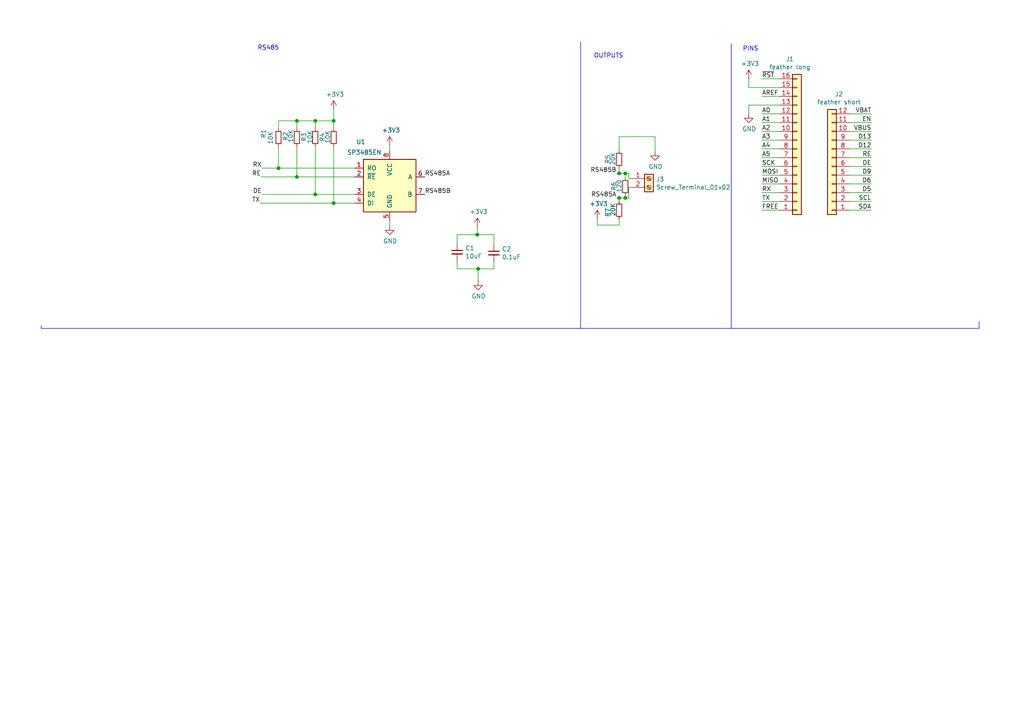
<source format=kicad_sch>
(kicad_sch (version 20230121) (generator eeschema)
  (paper "A4")
  (title_block (title "RS485") (date "2020-11-03") (rev "1.0") (company "Electronic Cats"))
  (lib_symbols
    (symbol "Connector:Screw_Terminal_01x02" (pin_names (offset 1.016) hide)
      (property "Reference" "J" (at 0 2.54 0))
      (property "Value" "Screw_Terminal_01x02" (at 0 -5.08 0))
      (symbol "Screw_Terminal_01x02_1_1"
        (rectangle (start -1.27 1.27) (end 1.27 -3.81) (stroke (width 0.254)) (fill (type background)))
        (circle (center 0 -2.54) (radius 0.635) (stroke (width 0.1524)))
        (polyline (pts (xy -0.5334 -2.2098) (xy 0.3302 -3.048)) (stroke (width 0.1524)))
        (polyline (pts (xy -0.5334 0.3302) (xy 0.3302 -0.508)) (stroke (width 0.1524)))
        (polyline (pts (xy -0.3556 -2.032) (xy 0.508 -2.8702)) (stroke (width 0.1524)))
        (polyline (pts (xy -0.3556 0.508) (xy 0.508 -0.3302)) (stroke (width 0.1524)))
        (circle (center 0 0) (radius 0.635) (stroke (width 0.1524)))
        (pin passive line (at -5.08 0 0) (length 3.81) (name "Pin_1") (number "1"))
        (pin passive line (at -5.08 -2.54 0) (length 3.81) (name "Pin_2") (number "2"))
      )
    )
    (symbol "Connector_Generic:Conn_01x12" (pin_names (offset 1.016) hide)
      (property "Reference" "J" (at 0 15.24 0))
      (property "Value" "Conn_01x12" (at 0 -17.78 0))
      (symbol "Conn_01x12_1_1"
        (rectangle (start -1.27 -15.113) (end 0 -15.367) (stroke (width 0.1524)))
        (rectangle (start -1.27 -12.573) (end 0 -12.827) (stroke (width 0.1524)))
        (rectangle (start -1.27 -10.033) (end 0 -10.287) (stroke (width 0.1524)))
        (rectangle (start -1.27 -7.493) (end 0 -7.747) (stroke (width 0.1524)))
        (rectangle (start -1.27 -4.953) (end 0 -5.207) (stroke (width 0.1524)))
        (rectangle (start -1.27 -2.413) (end 0 -2.667) (stroke (width 0.1524)))
        (rectangle (start -1.27 0.127) (end 0 -0.127) (stroke (width 0.1524)))
        (rectangle (start -1.27 2.667) (end 0 2.413) (stroke (width 0.1524)))
        (rectangle (start -1.27 5.207) (end 0 4.953) (stroke (width 0.1524)))
        (rectangle (start -1.27 7.747) (end 0 7.493) (stroke (width 0.1524)))
        (rectangle (start -1.27 10.287) (end 0 10.033) (stroke (width 0.1524)))
        (rectangle (start -1.27 12.827) (end 0 12.573) (stroke (width 0.1524)))
        (rectangle (start -1.27 13.97) (end 1.27 -16.51) (stroke (width 0.254)) (fill (type background)))
        (pin passive line (at -5.08 12.7 0) (length 3.81) (name "Pin_1") (number "1"))
        (pin passive line (at -5.08 -10.16 0) (length 3.81) (name "Pin_10") (number "10"))
        (pin passive line (at -5.08 -12.7 0) (length 3.81) (name "Pin_11") (number "11"))
        (pin passive line (at -5.08 -15.24 0) (length 3.81) (name "Pin_12") (number "12"))
        (pin passive line (at -5.08 10.16 0) (length 3.81) (name "Pin_2") (number "2"))
        (pin passive line (at -5.08 7.62 0) (length 3.81) (name "Pin_3") (number "3"))
        (pin passive line (at -5.08 5.08 0) (length 3.81) (name "Pin_4") (number "4"))
        (pin passive line (at -5.08 2.54 0) (length 3.81) (name "Pin_5") (number "5"))
        (pin passive line (at -5.08 0 0) (length 3.81) (name "Pin_6") (number "6"))
        (pin passive line (at -5.08 -2.54 0) (length 3.81) (name "Pin_7") (number "7"))
        (pin passive line (at -5.08 -5.08 0) (length 3.81) (name "Pin_8") (number "8"))
        (pin passive line (at -5.08 -7.62 0) (length 3.81) (name "Pin_9") (number "9"))
      )
    )
    (symbol "Connector_Generic:Conn_01x16" (pin_names (offset 1.016) hide)
      (property "Reference" "J" (at 0 20.32 0))
      (property "Value" "Conn_01x16" (at 0 -22.86 0))
      (symbol "Conn_01x16_1_1"
        (rectangle (start -1.27 -20.193) (end 0 -20.447) (stroke (width 0.1524)))
        (rectangle (start -1.27 -17.653) (end 0 -17.907) (stroke (width 0.1524)))
        (rectangle (start -1.27 -15.113) (end 0 -15.367) (stroke (width 0.1524)))
        (rectangle (start -1.27 -12.573) (end 0 -12.827) (stroke (width 0.1524)))
        (rectangle (start -1.27 -10.033) (end 0 -10.287) (stroke (width 0.1524)))
        (rectangle (start -1.27 -7.493) (end 0 -7.747) (stroke (width 0.1524)))
        (rectangle (start -1.27 -4.953) (end 0 -5.207) (stroke (width 0.1524)))
        (rectangle (start -1.27 -2.413) (end 0 -2.667) (stroke (width 0.1524)))
        (rectangle (start -1.27 0.127) (end 0 -0.127) (stroke (width 0.1524)))
        (rectangle (start -1.27 2.667) (end 0 2.413) (stroke (width 0.1524)))
        (rectangle (start -1.27 5.207) (end 0 4.953) (stroke (width 0.1524)))
        (rectangle (start -1.27 7.747) (end 0 7.493) (stroke (width 0.1524)))
        (rectangle (start -1.27 10.287) (end 0 10.033) (stroke (width 0.1524)))
        (rectangle (start -1.27 12.827) (end 0 12.573) (stroke (width 0.1524)))
        (rectangle (start -1.27 15.367) (end 0 15.113) (stroke (width 0.1524)))
        (rectangle (start -1.27 17.907) (end 0 17.653) (stroke (width 0.1524)))
        (rectangle (start -1.27 19.05) (end 1.27 -21.59) (stroke (width 0.254)) (fill (type background)))
        (pin passive line (at -5.08 17.78 0) (length 3.81) (name "Pin_1") (number "1"))
        (pin passive line (at -5.08 -5.08 0) (length 3.81) (name "Pin_10") (number "10"))
        (pin passive line (at -5.08 -7.62 0) (length 3.81) (name "Pin_11") (number "11"))
        (pin passive line (at -5.08 -10.16 0) (length 3.81) (name "Pin_12") (number "12"))
        (pin passive line (at -5.08 -12.7 0) (length 3.81) (name "Pin_13") (number "13"))
        (pin passive line (at -5.08 -15.24 0) (length 3.81) (name "Pin_14") (number "14"))
        (pin passive line (at -5.08 -17.78 0) (length 3.81) (name "Pin_15") (number "15"))
        (pin passive line (at -5.08 -20.32 0) (length 3.81) (name "Pin_16") (number "16"))
        (pin passive line (at -5.08 15.24 0) (length 3.81) (name "Pin_2") (number "2"))
        (pin passive line (at -5.08 12.7 0) (length 3.81) (name "Pin_3") (number "3"))
        (pin passive line (at -5.08 10.16 0) (length 3.81) (name "Pin_4") (number "4"))
        (pin passive line (at -5.08 7.62 0) (length 3.81) (name "Pin_5") (number "5"))
        (pin passive line (at -5.08 5.08 0) (length 3.81) (name "Pin_6") (number "6"))
        (pin passive line (at -5.08 2.54 0) (length 3.81) (name "Pin_7") (number "7"))
        (pin passive line (at -5.08 0 0) (length 3.81) (name "Pin_8") (number "8"))
        (pin passive line (at -5.08 -2.54 0) (length 3.81) (name "Pin_9") (number "9"))
      )
    )
    (symbol "Device:C_Small" (pin_numbers hide) (pin_names (offset 0.254) hide)
      (property "Reference" "C" (at 0.254 1.778 0))
      (property "Value" "C_Small" (at 0.254 -2.032 0))
      (symbol "C_Small_0_1"
        (polyline (pts (xy -1.524 -0.508) (xy 1.524 -0.508)) (stroke (width 0.3302)))
        (polyline (pts (xy -1.524 0.508) (xy 1.524 0.508)) (stroke (width 0.3048)))
      )
      (symbol "C_Small_1_1"
        (pin passive line (at 0 2.54 270) (length 2.032) (name "~") (number "1"))
        (pin passive line (at 0 -2.54 90) (length 2.032) (name "~") (number "2"))
      )
    )
    (symbol "Device:R_Small" (pin_numbers hide) (pin_names (offset 0.254) hide)
      (property "Reference" "R" (at 0.762 0.508 0))
      (property "Value" "R_Small" (at 0.762 -1.016 0))
      (symbol "R_Small_0_1"
        (rectangle (start -0.762 1.778) (end 0.762 -1.778) (stroke (width 0.2032)))
      )
      (symbol "R_Small_1_1"
        (pin passive line (at 0 2.54 270) (length 0.762) (name "~") (number "1"))
        (pin passive line (at 0 -2.54 90) (length 0.762) (name "~") (number "2"))
      )
    )
    (symbol "Interface_UART:SP3485EN" (pin_names (offset 1.016))
      (property "Reference" "U" (at -7.62 8.89 0))
      (property "Value" "SP3485EN" (at 2.54 8.89 0))
      (symbol "SP3485EN_0_1"
        (rectangle (start -7.62 7.62) (end 7.62 -7.62) (stroke (width 0.254)) (fill (type background)))
      )
      (symbol "SP3485EN_1_1"
        (pin output line (at -10.16 5.08 0) (length 2.54) (name "RO") (number "1"))
        (pin input line (at -10.16 2.54 0) (length 2.54) (name "~{RE}") (number "2"))
        (pin input line (at -10.16 -2.54 0) (length 2.54) (name "DE") (number "3"))
        (pin input line (at -10.16 -5.08 0) (length 2.54) (name "DI") (number "4"))
        (pin power_in line (at 0 -10.16 90) (length 2.54) (name "GND") (number "5"))
        (pin bidirectional line (at 10.16 2.54 180) (length 2.54) (name "A") (number "6"))
        (pin bidirectional line (at 10.16 -2.54 180) (length 2.54) (name "B") (number "7"))
        (pin power_in line (at 0 10.16 270) (length 2.54) (name "VCC") (number "8"))
      )
    )
    (symbol "RS485_Modbus_Wing-rescue:+3.3V-power" (power) (pin_names (offset 0))
      (property "Value" "+3.3V-power" (at 0 3.556 0))
      (symbol "+3.3V-power_0_1"
        (polyline (pts (xy -0.762 1.27) (xy 0 2.54)))
        (polyline (pts (xy 0 0) (xy 0 2.54)))
        (polyline (pts (xy 0 2.54) (xy 0.762 1.27)))
      )
      (symbol "+3.3V-power_1_1"
        (pin power_in line (at 0 0 90) (length 0) hide (name "+3V3") (number "1"))
      )
    )
    (symbol "power:GND" (power) (pin_names (offset 0))
      (property "Value" "GND" (at 0 -3.81 0))
      (symbol "GND_0_1"
        (polyline (pts (xy 0 0) (xy 0 -1.27) (xy 1.27 -1.27) (xy 0 -2.54) (xy -1.27 -1.27) (xy 0 -1.27)))
      )
      (symbol "GND_1_1"
        (pin power_in line (at 0 0 270) (length 0) hide (name "GND") (number "1"))
      )
    )
  )
  (junction (at 138.684 77.978))
  (junction (at 86.106 35.052))
  (junction (at 138.43 68.072))
  (junction (at 96.774 35.052))
  (junction (at 96.774 58.928))
  (junction (at 80.772 48.768))
  (junction (at 179.578 57.404))
  (junction (at 86.106 51.308))
  (junction (at 179.578 50.292))
  (junction (at 181.356 50.292))
  (junction (at 91.44 35.052))
  (junction (at 181.356 57.404))
  (junction (at 91.44 56.388))
  (wire (pts (xy 246.38 60.96) (xy 252.73 60.96)))
  (wire (pts (xy 102.87 51.308) (xy 86.106 51.308)))
  (wire (pts (xy 182.372 57.404) (xy 182.372 54.356)))
  (wire (pts (xy 217.17 30.48) (xy 226.06 30.48)))
  (wire (pts (xy 96.774 31.75) (xy 96.774 35.052)))
  (wire (pts (xy 75.438 58.928) (xy 96.774 58.928)))
  (wire (pts (xy 132.588 70.612) (xy 132.588 68.072)))
  (polyline (pts (xy 168.402 95.25) (xy 168.402 12.192)))
  (wire (pts (xy 181.356 51.562) (xy 181.356 50.292)))
  (wire (pts (xy 102.87 56.388) (xy 91.44 56.388)))
  (wire (pts (xy 181.356 56.642) (xy 181.356 57.404)))
  (wire (pts (xy 75.946 48.768) (xy 80.772 48.768)))
  (wire (pts (xy 217.17 22.86) (xy 217.17 25.4)))
  (wire (pts (xy 143.256 68.072) (xy 143.256 70.866)))
  (wire (pts (xy 217.17 33.02) (xy 217.17 30.48)))
  (wire (pts (xy 220.98 50.8) (xy 226.06 50.8)))
  (wire (pts (xy 173.228 63.5) (xy 173.228 65.278)))
  (wire (pts (xy 173.228 65.278) (xy 179.578 65.278)))
  (wire (pts (xy 220.98 58.42) (xy 226.06 58.42)))
  (wire (pts (xy 182.372 51.816) (xy 182.372 50.292)))
  (wire (pts (xy 220.98 45.72) (xy 226.06 45.72)))
  (wire (pts (xy 96.774 35.052) (xy 96.774 37.338)))
  (wire (pts (xy 220.98 22.86) (xy 226.06 22.86)))
  (wire (pts (xy 220.98 38.1) (xy 226.06 38.1)))
  (wire (pts (xy 80.772 48.768) (xy 80.772 42.418)))
  (wire (pts (xy 179.578 50.292) (xy 181.356 50.292)))
  (wire (pts (xy 143.256 75.946) (xy 143.256 77.978)))
  (wire (pts (xy 91.44 56.388) (xy 91.44 42.418)))
  (wire (pts (xy 96.774 58.928) (xy 96.774 42.418)))
  (wire (pts (xy 220.98 48.26) (xy 226.06 48.26)))
  (wire (pts (xy 246.38 53.34) (xy 252.73 53.34)))
  (wire (pts (xy 138.684 77.978) (xy 138.684 81.534)))
  (wire (pts (xy 179.578 39.624) (xy 179.578 43.688)))
  (wire (pts (xy 86.106 35.052) (xy 86.106 37.338)))
  (wire (pts (xy 220.98 53.34) (xy 226.06 53.34)))
  (wire (pts (xy 246.38 50.8) (xy 252.73 50.8)))
  (wire (pts (xy 179.578 39.624) (xy 189.992 39.624)))
  (wire (pts (xy 179.578 57.404) (xy 179.578 58.42)))
  (wire (pts (xy 113.03 65.532) (xy 113.03 64.008)))
  (wire (pts (xy 246.38 45.72) (xy 252.73 45.72)))
  (wire (pts (xy 220.98 60.96) (xy 226.06 60.96)))
  (wire (pts (xy 102.87 48.768) (xy 80.772 48.768)))
  (wire (pts (xy 220.98 33.02) (xy 226.06 33.02)))
  (wire (pts (xy 75.692 51.308) (xy 86.106 51.308)))
  (polyline (pts (xy 11.938 95.25) (xy 283.972 95.25)))
  (wire (pts (xy 143.256 77.978) (xy 138.684 77.978)))
  (wire (pts (xy 220.98 35.56) (xy 226.06 35.56)))
  (polyline (pts (xy 212.09 12.7) (xy 212.09 95.25)))
  (wire (pts (xy 246.38 55.88) (xy 252.73 55.88)))
  (wire (pts (xy 189.992 39.624) (xy 189.992 43.942)))
  (wire (pts (xy 132.588 77.978) (xy 138.684 77.978)))
  (wire (pts (xy 246.38 33.02) (xy 252.73 33.02)))
  (polyline (pts (xy 283.972 95.25) (xy 283.972 93.218)))
  (wire (pts (xy 178.816 50.292) (xy 179.578 50.292)))
  (wire (pts (xy 246.38 35.56) (xy 252.73 35.56)))
  (wire (pts (xy 132.588 68.072) (xy 138.43 68.072)))
  (wire (pts (xy 75.946 56.388) (xy 91.44 56.388)))
  (wire (pts (xy 246.38 58.42) (xy 252.73 58.42)))
  (wire (pts (xy 179.578 63.5) (xy 179.578 65.278)))
  (wire (pts (xy 246.38 38.1) (xy 252.73 38.1)))
  (wire (pts (xy 246.38 43.18) (xy 252.73 43.18)))
  (wire (pts (xy 132.588 75.692) (xy 132.588 77.978)))
  (wire (pts (xy 179.578 57.404) (xy 181.356 57.404)))
  (wire (pts (xy 182.372 51.816) (xy 183.134 51.816)))
  (wire (pts (xy 138.43 68.072) (xy 138.43 65.786)))
  (wire (pts (xy 246.38 40.64) (xy 252.73 40.64)))
  (wire (pts (xy 91.44 35.052) (xy 86.106 35.052)))
  (wire (pts (xy 91.44 37.338) (xy 91.44 35.052)))
  (wire (pts (xy 183.134 54.356) (xy 182.372 54.356)))
  (wire (pts (xy 220.98 43.18) (xy 226.06 43.18)))
  (wire (pts (xy 179.578 48.768) (xy 179.578 50.292)))
  (wire (pts (xy 113.03 43.688) (xy 113.03 42.164)))
  (wire (pts (xy 80.772 35.052) (xy 86.106 35.052)))
  (wire (pts (xy 80.772 37.338) (xy 80.772 35.052)))
  (wire (pts (xy 220.98 27.94) (xy 226.06 27.94)))
  (wire (pts (xy 102.87 58.928) (xy 96.774 58.928)))
  (wire (pts (xy 246.38 48.26) (xy 252.73 48.26)))
  (wire (pts (xy 220.98 55.88) (xy 226.06 55.88)))
  (wire (pts (xy 181.356 50.292) (xy 182.372 50.292)))
  (wire (pts (xy 86.106 51.308) (xy 86.106 42.418)))
  (wire (pts (xy 91.44 35.052) (xy 96.774 35.052)))
  (polyline (pts (xy 11.938 95.25) (xy 11.938 94.488)))
  (wire (pts (xy 217.17 25.4) (xy 226.06 25.4)))
  (wire (pts (xy 181.356 57.404) (xy 182.372 57.404)))
  (wire (pts (xy 138.43 68.072) (xy 143.256 68.072)))
  (wire (pts (xy 220.98 40.64) (xy 226.06 40.64)))
  (wire (pts (xy 178.816 57.404) (xy 179.578 57.404)))
  (text "RS485" (at 74.676 14.732 0) (effects (font (size 1.27 1.27)) (justify left bottom)))
  (text "PINS" (at 215.392 14.986 0) (effects (font (size 1.27 1.27)) (justify left bottom)))
  (text "OUTPUTS\n" (at 172.212 17.018 0) (effects (font (size 1.27 1.27)) (justify left bottom)))
  (label "SCL" (at 252.73 58.42 180))
  (label "D12" (at 252.73 43.18 180))
  (label "RS485B" (at 178.816 50.292 180))
  (label "EN" (at 252.73 35.56 180))
  (label "RX" (at 220.98 55.88 0))
  (label "MISO" (at 220.98 53.34 0))
  (label "D13" (at 252.73 40.64 180))
  (label "VBAT" (at 252.73 33.02 180))
  (label "RX" (at 75.946 48.768 180))
  (label "A5" (at 220.98 45.72 0))
  (label "A2" (at 220.98 38.1 0))
  (label "SCK" (at 220.98 48.26 0))
  (label "D5" (at 252.73 55.88 180))
  (label "RS485B" (at 123.19 56.388 0))
  (label "TX" (at 75.438 58.928 180))
  (label "RS485A" (at 178.816 57.404 180))
  (label "RE" (at 252.73 45.72 180))
  (label "~{RST}" (at 220.98 22.86 0))
  (label "MOSI" (at 220.98 50.8 0))
  (label "FREE" (at 220.98 60.96 0))
  (label "VBUS" (at 252.73 38.1 180))
  (label "A1" (at 220.98 35.56 0))
  (label "AREF" (at 220.98 27.94 0))
  (label "DE" (at 252.73 48.26 180))
  (label "RS485A" (at 123.19 51.308 0))
  (label "DE" (at 75.946 56.388 180))
  (label "A3" (at 220.98 40.64 0))
  (label "A4" (at 220.98 43.18 0))
  (label "SDA" (at 252.73 60.96 180))
  (label "D9" (at 252.73 50.8 180))
  (label "RE" (at 75.692 51.308 180))
  (label "TX" (at 220.98 58.42 0))
  (label "A0" (at 220.98 33.02 0))
  (label "D6" (at 252.73 53.34 180))
  (symbol (lib_id "Connector_Generic:Conn_01x16") (at 231.14 43.18 0) (mirror x) (unit 1)
    (property "Reference" "J1" (at 229.0826 17.145 0))
    (property "Value" "feather long" (at 229.0826 19.4564 0))
    (property "Footprint" "TerminalBlock:TerminalBlock_Altech_AK300-2_P5.00mm" (effects hide))
  )
  (symbol (lib_id "Connector_Generic:Conn_01x12") (at 241.3 48.26 180) (unit 1)
    (property "Reference" "J2" (at 243.332 27.305 0))
    (property "Value" "feather short" (at 243.332 29.6164 0))
    (property "Footprint" "Connector_PinHeader_2.54mm:PinHeader_1x12_P2.54mm_Vertical" (effects hide))
  )
  (symbol (lib_id "RS485_Modbus_Wing-rescue:+3.3V-power") (at 217.17 22.86 0) (unit 1)
    (property "Reference" "#PWR0114" (effects hide))
    (property "Value" "+3.3V" (at 217.551 18.4658 0))
  )
  (symbol (lib_id "power:GND") (at 217.17 33.02 0) (unit 1)
    (property "Reference" "#PWR0115" (effects hide))
    (property "Value" "GND" (at 217.297 37.4142 0))
  )
  (symbol (lib_id "power:GND") (at 113.03 65.532 0) (unit 1)
    (property "Reference" "#PWR0108" (effects hide))
    (property "Value" "GND" (at 113.157 69.9262 0))
  )
  (symbol (lib_id "Connector:Screw_Terminal_01x02") (at 188.214 51.816 0) (unit 1)
    (property "Reference" "J3" (at 190.246 52.0192 0) (effects (justify left)))
    (property "Value" "Screw_Terminal_01x02" (at 190.246 54.3306 0) (effects (justify left)))
    (property "Footprint" "TerminalBlock:TerminalBlock_bornier-2_P5.08mm" (effects hide))
    (property "Datasheet" "https://lcsc.com/product-detail/Pluggable-System-Terminal-Block_Ningbo-Kangnex-Elec-WJ500V-5-08-2P-14-00A_C8465.html" (effects hide))
    (property "manf#" "WJ500V-5.08-2P" (effects hide))
  )
  (symbol (lib_id "Interface_UART:SP3485EN") (at 113.03 53.848 0) (unit 1)
    (property "Reference" "U1" (at 104.648 41.148 0))
    (property "Value" "SP3485EN" (at 105.664 44.196 0))
    (property "Footprint" "Package_SO:SOIC-8_3.9x4.9mm_P1.27mm" (effects hide))
    (property "Datasheet" "https://lcsc.com/product-detail/RS-485-RS-422-ICs_MaxLinear-SP3485EN-L-TR_C8963.html" (effects hide))
    (property "manf#" "SP3485CN" (effects hide))
  )
  (symbol (lib_id "RS485_Modbus_Wing-rescue:+3.3V-power") (at 113.03 42.164 0) (unit 1)
    (property "Reference" "#PWR02" (effects hide))
    (property "Value" "+3.3V" (at 113.411 37.7698 0))
  )
  (symbol (lib_id "Device:R_Small") (at 96.774 39.878 0) (unit 1)
    (property "Reference" "R4" (at 93.472 41.148 90) (effects (justify left)))
    (property "Value" "10K" (at 94.996 41.656 90) (effects (justify left)))
    (property "Footprint" "Resistor_SMD:R_0603_1608Metric_Pad1.05x0.95mm_HandSolder" (effects hide))
    (property "Datasheet" "https://lcsc.com/product-detail/Chip-Resistor-Surface-Mount_10KR-103-5_C99198.html" (effects hide))
    (property "manf#" "RC0603JR-0710KL" (effects hide))
  )
  (symbol (lib_id "Device:R_Small") (at 91.44 39.878 0) (unit 1)
    (property "Reference" "R3" (at 88.138 41.148 90) (effects (justify left)))
    (property "Value" "10K" (at 89.916 41.656 90) (effects (justify left)))
    (property "Footprint" "Resistor_SMD:R_0603_1608Metric_Pad1.05x0.95mm_HandSolder" (effects hide))
    (property "Datasheet" "https://lcsc.com/product-detail/Chip-Resistor-Surface-Mount_10KR-103-5_C99198.html" (effects hide))
    (property "manf#" "RC0603JR-0710KL" (effects hide))
  )
  (symbol (lib_id "Device:R_Small") (at 86.106 39.878 0) (unit 1)
    (property "Reference" "R2" (at 82.804 40.894 90) (effects (justify left)))
    (property "Value" "10K" (at 84.328 41.402 90) (effects (justify left)))
    (property "Footprint" "Resistor_SMD:R_0603_1608Metric_Pad1.05x0.95mm_HandSolder" (effects hide))
    (property "Datasheet" "https://lcsc.com/product-detail/Chip-Resistor-Surface-Mount_10KR-103-5_C99198.html" (effects hide))
    (property "manf#" "RC0603JR-0710KL" (effects hide))
  )
  (symbol (lib_id "Device:R_Small") (at 80.772 39.878 0) (unit 1)
    (property "Reference" "R1" (at 76.454 40.132 90) (effects (justify left)))
    (property "Value" "10K" (at 78.486 41.91 90) (effects (justify left)))
    (property "Footprint" "Resistor_SMD:R_0603_1608Metric_Pad1.05x0.95mm_HandSolder" (effects hide))
    (property "Datasheet" "https://lcsc.com/product-detail/Chip-Resistor-Surface-Mount_10KR-103-5_C99198.html" (effects hide))
    (property "manf#" "RC0603JR-0710KL" (effects hide))
  )
  (symbol (lib_id "RS485_Modbus_Wing-rescue:+3.3V-power") (at 96.774 31.75 0) (unit 1)
    (property "Reference" "#PWR01" (effects hide))
    (property "Value" "+3.3V" (at 97.155 27.3558 0))
  )
  (symbol (lib_id "Device:R_Small") (at 179.578 46.228 0) (unit 1)
    (property "Reference" "R5" (at 176.276 47.498 90) (effects (justify left)))
    (property "Value" "20K" (at 177.8 48.006 90) (effects (justify left)))
    (property "Footprint" "Resistor_SMD:R_0603_1608Metric_Pad1.05x0.95mm_HandSolder" (effects hide))
    (property "Datasheet" "https://lcsc.com/product-detail/Chip-Resistor-Surface-Mount_UNI-ROYAL-Uniroyal-Elec-0603WAJ0203T5E_C25586.html" (effects hide))
    (property "manf#" "0603WAJ0203T5E" (effects hide))
  )
  (symbol (lib_id "Device:R_Small") (at 181.356 54.102 0) (unit 1)
    (property "Reference" "R6" (at 178.054 55.372 90) (effects (justify left)))
    (property "Value" "120" (at 179.578 55.88 90) (effects (justify left)))
    (property "Footprint" "Resistor_SMD:R_0603_1608Metric_Pad1.05x0.95mm_HandSolder" (effects hide))
    (property "Datasheet" "https://lcsc.com/product-detail/Chip-Resistor-Surface-Mount_120R-121-5_C103256.html" (effects hide))
    (property "manf#" "RTT03121JTP" (effects hide))
  )
  (symbol (lib_id "Device:R_Small") (at 179.578 60.96 0) (unit 1)
    (property "Reference" "R7" (at 176.276 62.992 90) (effects (justify left)))
    (property "Value" "20K" (at 177.8 62.738 90) (effects (justify left)))
    (property "Footprint" "Resistor_SMD:R_0603_1608Metric_Pad1.05x0.95mm_HandSolder" (effects hide))
    (property "Datasheet" "https://lcsc.com/product-detail/Chip-Resistor-Surface-Mount_UNI-ROYAL-Uniroyal-Elec-0603WAJ0203T5E_C25586.html" (effects hide))
    (property "manf#" "0603WAJ0203T5E" (effects hide))
  )
  (symbol (lib_id "RS485_Modbus_Wing-rescue:+3.3V-power") (at 173.228 63.5 0) (unit 1)
    (property "Reference" "#PWR04" (effects hide))
    (property "Value" "+3.3V" (at 173.609 59.1058 0))
  )
  (symbol (lib_id "power:GND") (at 189.992 43.942 0) (unit 1)
    (property "Reference" "#PWR03" (effects hide))
    (property "Value" "GND" (at 190.119 48.3362 0))
  )
  (symbol (lib_id "Device:C_Small") (at 132.588 73.152 0) (unit 1)
    (property "Reference" "C1" (at 134.9248 71.9836 0) (effects (justify left)))
    (property "Value" "10uF" (at 134.9248 74.295 0) (effects (justify left)))
    (property "Footprint" "Capacitor_SMD:C_0603_1608Metric_Pad1.05x0.95mm_HandSolder" (effects hide))
    (property "Datasheet" "https://lcsc.com/product-detail/Others_YAGEO-CC0603KRX5R6BB106_C326057.html" (effects hide))
    (property "manf#" "CC0603KRX5R6BB106" (effects hide))
  )
  (symbol (lib_id "Device:C_Small") (at 143.256 73.406 0) (unit 1)
    (property "Reference" "C2" (at 145.5928 72.2376 0) (effects (justify left)))
    (property "Value" "0.1uF" (at 145.5928 74.549 0) (effects (justify left)))
    (property "Footprint" "Capacitor_SMD:C_0603_1608Metric_Pad1.05x0.95mm_HandSolder" (effects hide))
    (property "Datasheet" "https://lcsc.com/product-detail/Multilayer-Ceramic-Capacitors-MLCC-SMD-SMT_Walsin-Tech-Corp-0603F104Z160CT_C387984.html" (effects hide))
    (property "manf#" "0603F104Z160CT" (effects hide))
  )
  (symbol (lib_id "RS485_Modbus_Wing-rescue:+3.3V-power") (at 138.43 65.786 0) (unit 1)
    (property "Reference" "#PWR05" (effects hide))
    (property "Value" "+3.3V" (at 138.811 61.3918 0))
  )
  (symbol (lib_id "power:GND") (at 138.684 81.534 0) (unit 1)
    (property "Reference" "#PWR06" (effects hide))
    (property "Value" "GND" (at 138.811 85.9282 0))
  )
)
</source>
